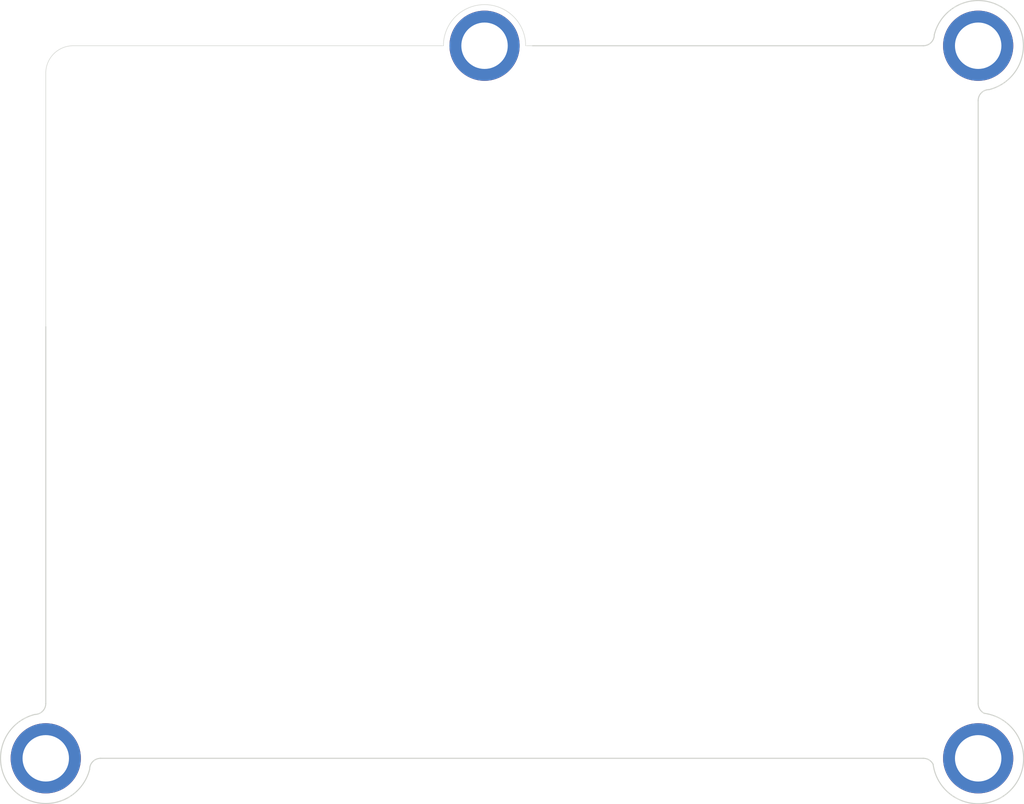
<source format=kicad_pcb>
(kicad_pcb (version 20221018) (generator pcbnew)
  (layers (0 "F.Cu" signal) (31 "B.Cu" signal) (34 "B.Paste" user) (35 "F.Paste" user) (36 "B.SilkS" user "B.Silkscreen") (37 "F.SilkS" user "F.Silkscreen") (38 "B.Mask" user) (39 "F.Mask" user) (44 "Edge.Cuts" user))
  (net 0 "")
  (footprint "kbd:M2_HOLE" (layer "F.Cu") (at 116.84 137.16)
    (fp_text reference "Ref**" hide)
    (fp_text value "Val**" hide)
    (pad "" thru_hole circle (at 0 0) (size 6.5 6.5) (drill 4.3) (layers "*.Cu" "*.Mask"))
  )
  (footprint "kbd:M2_HOLE" (layer "F.Cu") (at 203.2 71.12)
    (fp_text reference "Ref**" hide)
    (fp_text value "Val**" hide)
    (pad "" thru_hole circle (at 0 0) (size 6.5 6.5) (drill 4.3) (layers "*.Cu" "*.Mask"))
  )
  (footprint "kbd:M2_HOLE" (layer "F.Cu") (at 157.48 71.12)
    (fp_text reference "Ref**" hide)
    (fp_text value "Val**" hide)
    (pad "" thru_hole circle (at 0 0) (size 6.5 6.5) (drill 4.3) (layers "*.Cu" "*.Mask"))
  )
  (footprint "kbd:M2_HOLE" (layer "F.Cu") (at 203.2 137.16)
    (fp_text reference "Ref**" hide)
    (fp_text value "Val**" hide)
    (pad "" thru_hole circle (at 0 0) (size 6.5 6.5) (drill 4.3) (layers "*.Cu" "*.Mask"))
  )
  (gr_arc (start 203.761631 132.988738) (mid 203.351739 132.614143) (end 203.2 132.08) (stroke (width 0.1)) (layer "Edge.Cuts"))
  (gr_arc (start 120.904001 138.176) (mid 121.20158 137.45758) (end 121.92 137.160001) (stroke (width 0.1)) (layer "Edge.Cuts"))
  (gr_line (start 161.925 71.12) (end 161.29 71.12) (stroke (width 0.05)) (layer "Edge.Cuts"))
  (gr_arc (start 199.136 70.104) (mid 206.162124 68.157876) (end 204.216 75.184) (stroke (width 0.1)) (layer "Edge.Cuts"))
  (gr_line (start 198.12 137.16) (end 121.92 137.16) (stroke (width 0.1)) (layer "Edge.Cuts"))
  (gr_arc (start 198.12 137.16) (mid 198.654143 137.311739) (end 199.028738 137.721631) (stroke (width 0.1)) (layer "Edge.Cuts"))
  (gr_line (start 203.2 76.2) (end 203.2 132.08) (stroke (width 0.1)) (layer "Edge.Cuts"))
  (gr_arc (start 199.136 70.104) (mid 198.83842 70.82242) (end 198.12 71.12) (stroke (width 0.1)) (layer "Edge.Cuts"))
  (gr_arc (start 120.904001 138.176) (mid 113.877876 140.122124) (end 115.824 133.095999) (stroke (width 0.1)) (layer "Edge.Cuts"))
  (gr_arc (start 203.2 76.2) (mid 203.49758 75.48158) (end 204.216 75.184) (stroke (width 0.1)) (layer "Edge.Cuts"))
  (gr_arc (start 153.67 71.12) (mid 157.48 67.31) (end 161.29 71.12) (stroke (width 0.05)) (layer "Edge.Cuts"))
  (gr_arc (start 203.761631 132.988738) (mid 206.176143 140.136143) (end 199.028738 137.721631) (stroke (width 0.1)) (layer "Edge.Cuts"))
  (gr_line (start 116.84 97.155) (end 116.84 73.66) (stroke (width 0.05)) (layer "Edge.Cuts"))
  (gr_line (start 116.84 132.08) (end 116.84 97.155) (stroke (width 0.1)) (layer "Edge.Cuts"))
  (gr_line (start 119.38 71.12) (end 153.67 71.12) (stroke (width 0.05)) (layer "Edge.Cuts"))
  (gr_line (start 198.12 71.12) (end 161.925 71.12) (stroke (width 0.1)) (layer "Edge.Cuts"))
  (gr_arc (start 116.84 73.66) (mid 117.583949 71.863949) (end 119.38 71.12) (stroke (width 0.05)) (layer "Edge.Cuts"))
  (gr_arc (start 116.84 132.08) (mid 116.54242 132.79842) (end 115.824 133.096) (stroke (width 0.1)) (layer "Edge.Cuts"))
)
</source>
